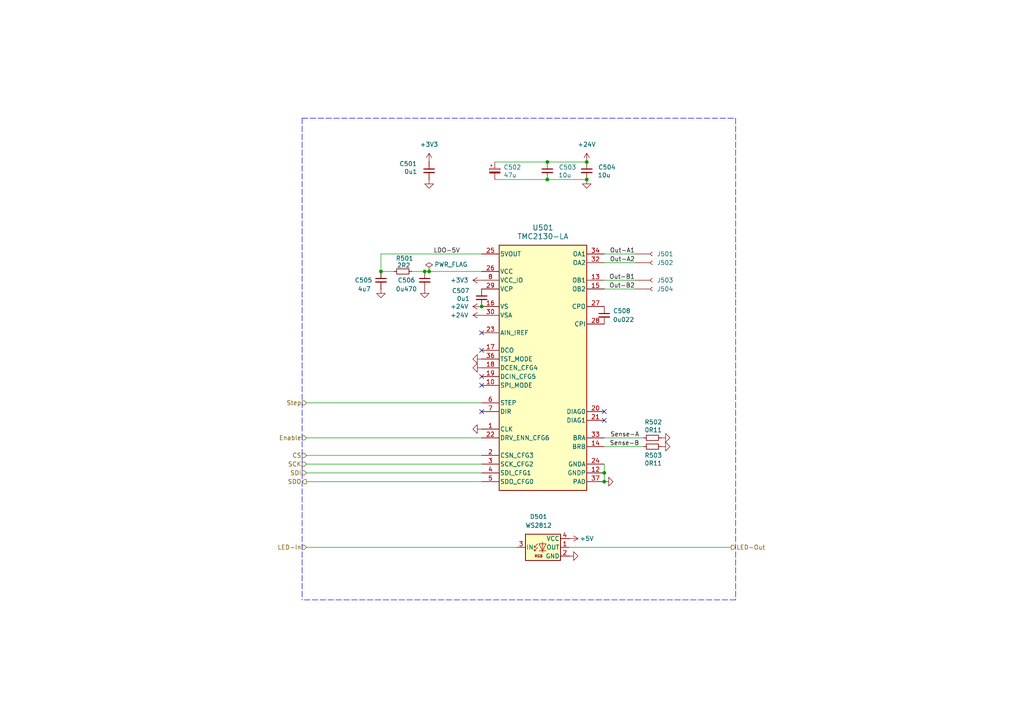
<source format=kicad_sch>
(kicad_sch (version 20250114) (generator "eeschema") (generator_version "9.0")
  (paper "A4")
  (title_block (title "Stepper Driver") (date "2025-10-27") (rev "2") (company "Versio Duo"))
  (lib_symbols
    (symbol "Device:C_Polarized_Small" (pin_numbers (hide yes)) (pin_names (offset 0.254) (hide yes))
      (property "Reference" "C" (at 0.254 1.778 0))
      (property "Value" "C_Polarized_Small" (at 0.254 -2.032 0))
      (symbol "C_Polarized_Small_0_1"
        (rectangle (start -1.524 0.6858) (end 1.524 0.3048))
        (rectangle (start -1.524 -0.3048) (end 1.524 -0.6858) (fill (type outline)))
        (polyline (pts (xy -1.27 1.524) (xy -0.762 1.524)))
        (polyline (pts (xy -1.016 1.27) (xy -1.016 1.778)))
      )
      (symbol "C_Polarized_Small_1_1"
        (pin passive line (at 0 2.54 270) (length 1.8542) (name "~") (number "1"))
        (pin passive line (at 0 -2.54 90) (length 1.8542) (name "~") (number "2"))
      )
    )
    (symbol "Device:C_Small" (pin_numbers (hide yes)) (pin_names (offset 0.254) (hide yes))
      (property "Reference" "C" (at 0.254 1.778 0))
      (property "Value" "C_Small" (at 0.254 -2.032 0))
      (symbol "C_Small_0_1"
        (polyline (pts (xy -1.524 0.508) (xy 1.524 0.508)) (stroke (width 0.3048)))
        (polyline (pts (xy -1.524 -0.508) (xy 1.524 -0.508)) (stroke (width 0.3302)))
      )
      (symbol "C_Small_1_1"
        (pin passive line (at 0 2.54 270) (length 2.032) (name "~") (number "1"))
        (pin passive line (at 0 -2.54 90) (length 2.032) (name "~") (number "2"))
      )
    )
    (symbol "Device:R_Small" (pin_numbers (hide yes)) (pin_names (offset 0.254) (hide yes))
      (property "Reference" "R" (at 0 0 90))
      (property "Value" "R_Small" (at 1.778 0 90))
      (symbol "R_Small_0_1"
        (rectangle (start -0.762 1.778) (end 0.762 -1.778) (stroke (width 0.2032)))
      )
      (symbol "R_Small_1_1"
        (pin passive line (at 0 2.54 270) (length 0.762) (name "~") (number "1"))
        (pin passive line (at 0 -2.54 90) (length 0.762) (name "~") (number "2"))
      )
    )
    (symbol "V2_Connector_WAGO:2065" (pin_numbers (hide yes)) (pin_names (offset 1.016) (hide yes))
      (property "Reference" "J" (at -5.08 6.35 0))
      (symbol "2065_1_1"
        (polyline (pts (xy -1.27 0) (xy -0.508 0)) (stroke (width 0.1524)))
        (arc (start 0 -0.508) (mid -0.5058 0) (end 0 0.508) (stroke (width 0.1524)))
        (pin passive line (at -5.08 0 0) (length 3.81) (name "") (number "1"))
      )
    )
    (symbol "V2_Driver_Stepper:TMC2130-LA" (pin_names (offset 0.254))
      (property "Reference" "U" (at 0 41.402 0))
      (property "Value" "TMC2130-LA" (at 0 38.862 0))
      (symbol "TMC2130-LA_0_1"
        (rectangle (start -12.7 35.56) (end 12.7 -35.56) (stroke (width 0.254)) (fill (type background)))
        (pin power_in line (at -17.78 27.94 0) (length 5.08) (name "VCC") (number "26"))
        (pin power_in line (at -17.78 25.4 0) (length 5.08) (name "VCC_IO") (number "8"))
        (pin power_in line (at -17.78 15.24 0) (length 5.08) (name "VSA") (number "30"))
        (pin input line (at -17.78 10.16 0) (length 5.08) (name "AIN_IREF") (number "23"))
        (pin output line (at -17.78 5.08 0) (length 5.08) (name "DCO") (number "17"))
        (pin input line (at -17.78 2.54 0) (length 5.08) (name "TST_MODE") (number "36"))
        (pin input line (at -17.78 0 0) (length 5.08) (name "DCEN_CFG4") (number "18"))
        (pin input line (at -17.78 -2.54 0) (length 5.08) (name "DCIN_CFG5") (number "19"))
        (pin input line (at -17.78 -5.08 0) (length 5.08) (name "SPI_MODE") (number "10"))
        (pin input line (at -17.78 -10.16 0) (length 5.08) (name "STEP") (number "6"))
        (pin input line (at -17.78 -12.7 0) (length 5.08) (name "DIR") (number "7"))
        (pin input line (at -17.78 -17.78 0) (length 5.08) (name "CLK") (number "1"))
        (pin input line (at -17.78 -20.32 0) (length 5.08) (name "DRV_ENN_CFG6") (number "22"))
        (pin input line (at -17.78 -25.4 0) (length 5.08) (name "CSN_CFG3") (number "2"))
        (pin input line (at -17.78 -27.94 0) (length 5.08) (name "SCK_CFG2") (number "3"))
        (pin input line (at -17.78 -30.48 0) (length 5.08) (name "SDI_CFG1") (number "4"))
        (pin bidirectional line (at -17.78 -33.02 0) (length 5.08) (name "SDO_CFG0") (number "5"))
        (pin output line (at 17.78 33.02 180) (length 5.08) (name "OA1") (number "34"))
        (pin output line (at 17.78 30.48 180) (length 5.08) (name "OA2") (number "32"))
        (pin output line (at 17.78 25.4 180) (length 5.08) (name "OB1") (number "13"))
        (pin output line (at 17.78 22.86 180) (length 5.08) (name "OB2") (number "15"))
        (pin output line (at 17.78 17.78 180) (length 5.08) (name "CPO") (number "27"))
        (pin input line (at 17.78 12.7 180) (length 5.08) (name "CPI") (number "28"))
        (pin bidirectional line (at 17.78 -12.7 180) (length 5.08) (name "DIAG0") (number "20"))
        (pin bidirectional line (at 17.78 -15.24 180) (length 5.08) (name "DIAG1") (number "21"))
        (pin power_in line (at 17.78 -27.94 180) (length 5.08) (name "GNDA") (number "24"))
        (pin power_in line (at 17.78 -30.48 180) (length 5.08) (name "GNDP") (number "12"))
      )
      (symbol "TMC2130-LA_1_1"
        (pin power_out line (at -17.78 33.02 0) (length 5.08) (name "5VOUT") (number "25"))
        (pin passive line (at -17.78 22.86 0) (length 5.08) (name "VCP") (number "29"))
        (pin passive line (at -17.78 17.78 0) (length 5.08) (name "VS") (number "16"))
        (pin passive line (at -17.78 17.78 0) (length 5.08) (hide yes) (name "VS") (number "31"))
        (pin no_connect line (at 0 -50.8 180) (length 5.08) (hide yes) (name "NC") (number "9"))
        (pin no_connect line (at 0 -53.34 180) (length 5.08) (hide yes) (name "NC") (number "11"))
        (pin passive line (at 17.78 -20.32 180) (length 5.08) (name "BRA") (number "33"))
        (pin passive line (at 17.78 -22.86 180) (length 5.08) (name "BRB") (number "14"))
        (pin passive line (at 17.78 -30.48 180) (length 5.08) (hide yes) (name "GNDP") (number "35"))
        (pin power_in line (at 17.78 -33.02 180) (length 5.08) (name "PAD") (number "37"))
      )
    )
    (symbol "V2_LED:WS2812" (pin_names (offset 0.254))
      (property "Reference" "D3" (at 0 11.43 0))
      (property "Value" "WS2812" (at 0 8.89 0))
      (symbol "WS2812_0_0"
        (text "RGB" (at -1.27 -1.27 0) (effects (font (size 0.762 0.762))))
      )
      (symbol "WS2812_0_1"
        (rectangle (start -5.08 5.08) (end 5.08 -2.54) (stroke (width 0.254)) (fill (type background)))
        (polyline (pts (xy -2.54 1.27) (xy -2.032 1.27)))
        (polyline (pts (xy -2.54 0.254) (xy -2.032 0.254)))
        (polyline (pts (xy -1.524 2.286) (xy -2.54 1.27) (xy -2.54 1.778)))
        (polyline (pts (xy -1.524 1.27) (xy -2.54 0.254) (xy -2.54 0.762)))
        (polyline (pts (xy -0.127 2.794) (xy -0.127 0.254) (xy -0.127 -0.254)))
        (polyline (pts (xy 0.889 2.286) (xy -1.143 2.286) (xy -0.127 0.254) (xy 0.889 2.286)))
        (polyline (pts (xy 0.889 0.254) (xy -1.143 0.254)))
      )
      (symbol "WS2812_1_1"
        (pin input line (at -7.62 1.27 0) (length 2.54) (name "IN") (number "3"))
        (pin power_in line (at 7.62 3.81 180) (length 2.54) (name "VCC") (number "4"))
        (pin output line (at 7.62 1.27 180) (length 2.54) (name "OUT") (number "1"))
        (pin power_in line (at 7.62 -1.27 180) (length 2.54) (name "GND") (number "2"))
      )
    )
    (symbol "power:+24V" (power) (pin_numbers (hide yes)) (pin_names (offset 0) (hide yes))
      (property "Value" "+24V" (at 0 3.556 0))
      (symbol "+24V_0_1"
        (polyline (pts (xy -0.762 1.27) (xy 0 2.54)))
        (polyline (pts (xy 0 2.54) (xy 0.762 1.27)))
        (polyline (pts (xy 0 0) (xy 0 2.54)))
      )
      (symbol "+24V_1_1"
        (pin power_in line (at 0 0 90) (length 0) (name "~") (number "1"))
      )
    )
    (symbol "power:+3V3" (power) (pin_numbers (hide yes)) (pin_names (offset 0) (hide yes))
      (property "Value" "+3V3" (at 0 3.556 0))
      (symbol "+3V3_0_1"
        (polyline (pts (xy -0.762 1.27) (xy 0 2.54)))
        (polyline (pts (xy 0 2.54) (xy 0.762 1.27)))
        (polyline (pts (xy 0 0) (xy 0 2.54)))
      )
      (symbol "+3V3_1_1"
        (pin power_in line (at 0 0 90) (length 0) (name "~") (number "1"))
      )
    )
    (symbol "power:+5V" (power) (pin_numbers (hide yes)) (pin_names (offset 0) (hide yes))
      (property "Value" "+5V" (at 0 3.556 0))
      (symbol "+5V_0_1"
        (polyline (pts (xy -0.762 1.27) (xy 0 2.54)))
        (polyline (pts (xy 0 2.54) (xy 0.762 1.27)))
        (polyline (pts (xy 0 0) (xy 0 2.54)))
      )
      (symbol "+5V_1_1"
        (pin power_in line (at 0 0 90) (length 0) (name "~") (number "1"))
      )
    )
    (symbol "power:GND" (power) (pin_numbers (hide yes)) (pin_names (offset 0) (hide yes))
      (property "Value" "GND" (at 0 -3.81 0))
      (symbol "GND_0_1"
        (polyline (pts (xy 0 0) (xy 0 -1.27) (xy 1.27 -1.27) (xy 0 -2.54) (xy -1.27 -1.27) (xy 0 -1.27)))
      )
      (symbol "GND_1_1"
        (pin power_in line (at 0 0 270) (length 0) (name "~") (number "1"))
      )
    )
    (symbol "power:PWR_FLAG" (power) (pin_numbers (hide yes)) (pin_names (offset 0) (hide yes))
      (property "Value" "PWR_FLAG" (at 0 3.81 0))
      (symbol "PWR_FLAG_0_0"
        (pin power_out line (at 0 0 90) (length 0) (name "~") (number "1"))
      )
      (symbol "PWR_FLAG_0_1"
        (polyline (pts (xy 0 0) (xy 0 1.27) (xy -1.016 1.905) (xy 0 2.54) (xy 1.016 1.905) (xy 0 1.27)))
      )
    )
  )
  (junction (at 175.26 137.16))
  (junction (at 170.18 46.99))
  (junction (at 139.7 88.9))
  (junction (at 175.26 139.7))
  (junction (at 158.75 46.99))
  (junction (at 170.18 52.07))
  (junction (at 110.49 78.74))
  (junction (at 123.19 78.74))
  (junction (at 124.46 78.74))
  (junction (at 158.75 52.07))
  (no_connect (at 175.26 119.38))
  (no_connect (at 139.7 111.76))
  (no_connect (at 139.7 119.38))
  (no_connect (at 139.7 96.52))
  (no_connect (at 139.7 101.6))
  (no_connect (at 139.7 109.22))
  (no_connect (at 175.26 121.92))
  (wire (pts (xy 184.15 81.28) (xy 175.26 81.28)))
  (wire (pts (xy 110.49 73.66) (xy 110.49 78.74)))
  (polyline (pts (xy 87.63 34.29) (xy 213.36 34.29)) (stroke (width 0) (type dash)))
  (wire (pts (xy 184.15 83.82) (xy 175.26 83.82)))
  (polyline (pts (xy 87.63 34.29) (xy 87.63 173.99)) (stroke (width 0) (type dash)))
  (wire (pts (xy 88.9 132.08) (xy 139.7 132.08)))
  (wire (pts (xy 165.1 158.75) (xy 212.09 158.75)))
  (wire (pts (xy 184.15 76.2) (xy 175.26 76.2)))
  (wire (pts (xy 175.26 134.62) (xy 175.26 137.16)))
  (wire (pts (xy 123.19 78.74) (xy 124.46 78.74)))
  (wire (pts (xy 88.9 127) (xy 139.7 127)))
  (wire (pts (xy 143.51 52.07) (xy 158.75 52.07)))
  (wire (pts (xy 88.9 137.16) (xy 139.7 137.16)))
  (wire (pts (xy 175.26 127) (xy 186.69 127)))
  (wire (pts (xy 110.49 73.66) (xy 139.7 73.66)))
  (wire (pts (xy 143.51 46.99) (xy 158.75 46.99)))
  (wire (pts (xy 88.9 134.62) (xy 139.7 134.62)))
  (wire (pts (xy 88.9 139.7) (xy 139.7 139.7)))
  (polyline (pts (xy 213.36 173.99) (xy 87.63 173.99)) (stroke (width 0) (type dash)))
  (wire (pts (xy 119.38 78.74) (xy 123.19 78.74)))
  (wire (pts (xy 124.46 78.74) (xy 139.7 78.74)))
  (wire (pts (xy 114.3 78.74) (xy 110.49 78.74)))
  (wire (pts (xy 88.9 116.84) (xy 139.7 116.84)))
  (wire (pts (xy 175.26 129.54) (xy 186.69 129.54)))
  (polyline (pts (xy 213.36 34.29) (xy 213.36 173.99)) (stroke (width 0) (type dash)))
  (wire (pts (xy 175.26 137.16) (xy 175.26 139.7)))
  (wire (pts (xy 88.9 158.75) (xy 149.86 158.75)))
  (wire (pts (xy 158.75 46.99) (xy 170.18 46.99)))
  (wire (pts (xy 184.15 73.66) (xy 175.26 73.66)))
  (wire (pts (xy 158.75 52.07) (xy 170.18 52.07)))
  (label "Out-A1" (at 184.15 73.66 180))
  (label "Out-A2" (at 184.15 76.2 180))
  (label "LDO-5V" (at 125.73 73.66 0))
  (label "Out-B1" (at 184.15 81.28 180))
  (label "Out-B2" (at 184.15 83.82 180))
  (label "Sense-A" (at 185.42 127 180))
  (label "Sense-B" (at 185.42 129.54 180))
  (hierarchical_label "Enable" (shape input) (at 88.9 127 180))
  (hierarchical_label "SDI" (shape input) (at 88.9 137.16 180))
  (hierarchical_label "CS" (shape input) (at 88.9 132.08 180))
  (hierarchical_label "SCK" (shape input) (at 88.9 134.62 180))
  (hierarchical_label "Step" (shape input) (at 88.9 116.84 180))
  (hierarchical_label "LED-Out" (shape output) (at 212.09 158.75 0))
  (hierarchical_label "SDO" (shape output) (at 88.9 139.7 180))
  (hierarchical_label "LED-In" (shape input) (at 88.9 158.75 180))
  (symbol (lib_id "Device:C_Small") (at 158.75 49.53 0) (unit 1)
    (property "Reference" "C203" (at 162.052 48.514 0) (effects (justify left)))
    (property "Value" "10u" (at 163.83 50.8 0))
    (property "Footprint" "Capacitor_SMD:C_1210_3225Metric" (effects (hide yes)))
    (property "Description" "Unpolarized capacitor, small symbol" (effects (hide yes)))
    (instances (project "step" (path "" (reference "C503") (unit 1)) (path "" (reference "C203") (unit 1)) (path "" (reference "C303") (unit 1)) (path "" (reference "C403") (unit 1))))
  )
  (symbol (lib_id "Device:C_Small") (at 110.49 81.28 0) (unit 1)
    (property "Reference" "C205" (at 102.87 81.28 0) (effects (justify left)))
    (property "Value" "4u7" (at 105.664 83.82 0))
    (property "Footprint" "Capacitor_SMD:C_0603_1608Metric" (effects (hide yes)))
    (property "Description" "Unpolarized capacitor, small symbol" (effects (hide yes)))
    (instances (project "step" (path "" (reference "C505") (unit 1)) (path "" (reference "C205") (unit 1)) (path "" (reference "C305") (unit 1)) (path "" (reference "C405") (unit 1))))
  )
  (symbol (lib_id "power:+24V") (at 139.7 88.9 90) (unit 1)
    (property "Reference" "#PWR0208" (effects (hide yes)))
    (property "Value" "+24V" (at 135.89 88.8999 90) (effects (justify left)))
    (property "Description" "Power symbol creates a global label with name \"+24V\"" (effects (hide yes)))
    (instances (project "step" (path "" (reference "#PWR0508") (unit 1)) (path "" (reference "#PWR0208") (unit 1)) (path "" (reference "#PWR0308") (unit 1)) (path "" (reference "#PWR0408") (unit 1))))
  )
  (symbol (lib_id "Device:C_Small") (at 175.26 91.44 0) (unit 1)
    (property "Reference" "C208" (at 177.8 90.17 0) (effects (justify left)))
    (property "Value" "0u022" (at 180.848 92.71 0))
    (property "Footprint" "Capacitor_SMD:C_0603_1608Metric" (effects (hide yes)))
    (property "Description" "Unpolarized capacitor, small symbol" (effects (hide yes)))
    (instances (project "step" (path "" (reference "C508") (unit 1)) (path "" (reference "C208") (unit 1)) (path "" (reference "C308") (unit 1)) (path "" (reference "C408") (unit 1))))
  )
  (symbol (lib_id "Device:C_Small") (at 170.18 49.53 0) (unit 1)
    (property "Reference" "C204" (at 173.482 48.514 0) (effects (justify left)))
    (property "Value" "10u" (at 175.26 50.8 0))
    (property "Footprint" "Capacitor_SMD:C_1210_3225Metric" (effects (hide yes)))
    (property "Description" "Unpolarized capacitor, small symbol" (effects (hide yes)))
    (instances (project "step" (path "" (reference "C504") (unit 1)) (path "" (reference "C204") (unit 1)) (path "" (reference "C304") (unit 1)) (path "" (reference "C404") (unit 1))))
  )
  (symbol (lib_id "power:GND") (at 191.77 129.54 90) (unit 1)
    (property "Reference" "#PWR0214" (effects (hide yes)))
    (property "Value" "GND" (effects (hide yes)))
    (property "Description" "Power symbol creates a global label with name \"GND\" , ground" (effects (hide yes)))
    (instances (project "step" (path "" (reference "#PWR0514") (unit 1)) (path "" (reference "#PWR0214") (unit 1)) (path "" (reference "#PWR0314") (unit 1)) (path "" (reference "#PWR0414") (unit 1))))
  )
  (symbol (lib_id "V2_LED:WS2812") (at 157.48 160.02 0) (unit 1)
    (property "Reference" "D201" (at 156.21 149.86 0))
    (property "Value" "WS2812" (at 156.21 152.4 0))
    (property "Footprint" "V2_LED:WS2812-2020" (effects (hide yes)))
    (property "Description" "RGB LED with integrated controller" (effects (hide yes)))
    (instances (project "step" (path "" (reference "D501") (unit 1)) (path "" (reference "D201") (unit 1)) (path "" (reference "D301") (unit 1)) (path "" (reference "D401") (unit 1))))
  )
  (symbol (lib_id "Device:C_Small") (at 124.46 49.53 0) (unit 1)
    (property "Reference" "C201" (at 115.824 47.498 0) (effects (justify left)))
    (property "Value" "0u1" (at 119.126 49.784 0))
    (property "Footprint" "Capacitor_SMD:C_0603_1608Metric" (effects (hide yes)))
    (property "Description" "Unpolarized capacitor, small symbol" (effects (hide yes)))
    (instances (project "step" (path "" (reference "C501") (unit 1)) (path "" (reference "C201") (unit 1)) (path "" (reference "C301") (unit 1)) (path "" (reference "C401") (unit 1))))
  )
  (symbol (lib_id "power:GND") (at 175.26 139.7 90) (unit 1)
    (property "Reference" "#PWR0215" (effects (hide yes)))
    (property "Value" "GND" (effects (hide yes)))
    (property "Description" "Power symbol creates a global label with name \"GND\" , ground" (effects (hide yes)))
    (instances (project "" (path "" (reference "#PWR0515") (unit 1)) (path "" (reference "#PWR0215") (unit 1)) (path "" (reference "#PWR0315") (unit 1)) (path "" (reference "#PWR0415") (unit 1))))
  )
  (symbol (lib_id "power:+5V") (at 165.1 156.21 270) (unit 1)
    (property "Reference" "#PWR0216" (effects (hide yes)))
    (property "Value" "+5V" (at 170.18 156.21 90))
    (property "Description" "Power symbol creates a global label with name \"+5V\"" (effects (hide yes)))
    (instances (project "step" (path "" (reference "#PWR0516") (unit 1)) (path "" (reference "#PWR0216") (unit 1)) (path "" (reference "#PWR0316") (unit 1)) (path "" (reference "#PWR0416") (unit 1))))
  )
  (symbol (lib_id "power:GND") (at 191.77 127 90) (unit 1)
    (property "Reference" "#PWR0213" (effects (hide yes)))
    (property "Value" "GND" (effects (hide yes)))
    (property "Description" "Power symbol creates a global label with name \"GND\" , ground" (effects (hide yes)))
    (instances (project "step" (path "" (reference "#PWR0513") (unit 1)) (path "" (reference "#PWR0213") (unit 1)) (path "" (reference "#PWR0313") (unit 1)) (path "" (reference "#PWR0413") (unit 1))))
  )
  (symbol (lib_id "Device:R_Small") (at 189.23 127 90) (unit 1)
    (property "Reference" "R202" (at 189.484 122.428 90))
    (property "Value" "0R11" (at 189.484 124.714 90))
    (property "Footprint" "Resistor_SMD:R_0805_2012Metric" (effects (hide yes)))
    (property "Description" "Resistor, small symbol" (effects (hide yes)))
    (instances (project "step" (path "" (reference "R502") (unit 1)) (path "" (reference "R202") (unit 1)) (path "" (reference "R302") (unit 1)) (path "" (reference "R402") (unit 1))))
  )
  (symbol (lib_id "power:GND") (at 124.46 52.07 0) (unit 1)
    (property "Reference" "#PWR0203" (effects (hide yes)))
    (property "Value" "GND" (effects (hide yes)))
    (property "Description" "Power symbol creates a global label with name \"GND\" , ground" (effects (hide yes)))
    (instances (project "step" (path "" (reference "#PWR0503") (unit 1)) (path "" (reference "#PWR0203") (unit 1)) (path "" (reference "#PWR0303") (unit 1)) (path "" (reference "#PWR0403") (unit 1))))
  )
  (symbol (lib_id "Device:C_Small") (at 139.7 86.36 0) (unit 1)
    (property "Reference" "C207" (at 131.064 84.328 0) (effects (justify left)))
    (property "Value" "0u1" (at 134.366 86.614 0))
    (property "Footprint" "Capacitor_SMD:C_0603_1608Metric" (effects (hide yes)))
    (property "Description" "Unpolarized capacitor, small symbol" (effects (hide yes)))
    (instances (project "step" (path "" (reference "C507") (unit 1)) (path "" (reference "C207") (unit 1)) (path "" (reference "C307") (unit 1)) (path "" (reference "C407") (unit 1))))
  )
  (symbol (lib_id "power:GND") (at 170.18 52.07 0) (unit 1)
    (property "Reference" "#PWR0204" (effects (hide yes)))
    (property "Value" "GND" (effects (hide yes)))
    (property "Description" "Power symbol creates a global label with name \"GND\" , ground" (effects (hide yes)))
    (instances (project "step" (path "" (reference "#PWR0504") (unit 1)) (path "" (reference "#PWR0204") (unit 1)) (path "" (reference "#PWR0304") (unit 1)) (path "" (reference "#PWR0404") (unit 1))))
  )
  (symbol (lib_id "power:GND") (at 139.7 104.14 270) (unit 1)
    (property "Reference" "#PWR0210" (effects (hide yes)))
    (property "Value" "GND" (effects (hide yes)))
    (property "Description" "Power symbol creates a global label with name \"GND\" , ground" (effects (hide yes)))
    (instances (project "step" (path "" (reference "#PWR0510") (unit 1)) (path "" (reference "#PWR0210") (unit 1)) (path "" (reference "#PWR0310") (unit 1)) (path "" (reference "#PWR0410") (unit 1))))
  )
  (symbol (lib_id "power:+3V3") (at 139.7 81.28 90) (unit 1)
    (property "Reference" "#PWR0205" (effects (hide yes)))
    (property "Value" "+3V3" (at 135.89 81.2799 90) (effects (justify left)))
    (property "Description" "Power symbol creates a global label with name \"+3V3\"" (effects (hide yes)))
    (instances (project "step" (path "" (reference "#PWR0505") (unit 1)) (path "" (reference "#PWR0205") (unit 1)) (path "" (reference "#PWR0305") (unit 1)) (path "" (reference "#PWR0405") (unit 1))))
  )
  (symbol (lib_id "power:+3V3") (at 124.46 46.99 0) (unit 1)
    (property "Reference" "#PWR0201" (effects (hide yes)))
    (property "Value" "+3V3" (at 124.46 41.91 0))
    (property "Description" "Power symbol creates a global label with name \"+3V3\"" (effects (hide yes)))
    (instances (project "step" (path "" (reference "#PWR0501") (unit 1)) (path "" (reference "#PWR0201") (unit 1)) (path "" (reference "#PWR0301") (unit 1)) (path "" (reference "#PWR0401") (unit 1))))
  )
  (symbol (lib_id "power:+24V") (at 139.7 91.44 90) (unit 1)
    (property "Reference" "#PWR0209" (effects (hide yes)))
    (property "Value" "+24V" (at 135.89 91.4399 90) (effects (justify left)))
    (property "Description" "Power symbol creates a global label with name \"+24V\"" (effects (hide yes)))
    (instances (project "step" (path "" (reference "#PWR0509") (unit 1)) (path "" (reference "#PWR0209") (unit 1)) (path "" (reference "#PWR0309") (unit 1)) (path "" (reference "#PWR0409") (unit 1))))
  )
  (symbol (lib_id "power:GND") (at 123.19 83.82 0) (unit 1)
    (property "Reference" "#PWR0207" (effects (hide yes)))
    (property "Value" "GND" (effects (hide yes)))
    (property "Description" "Power symbol creates a global label with name \"GND\" , ground" (effects (hide yes)))
    (instances (project "step" (path "" (reference "#PWR0507") (unit 1)) (path "" (reference "#PWR0207") (unit 1)) (path "" (reference "#PWR0307") (unit 1)) (path "" (reference "#PWR0407") (unit 1))))
  )
  (symbol (lib_id "Device:C_Polarized_Small") (at 143.51 49.53 0) (unit 1)
    (property "Reference" "C202" (at 146.05 48.514 0) (effects (justify left)))
    (property "Value" "47u" (at 146.05 50.8 0) (effects (justify left)))
    (property "Footprint" "Capacitor_SMD:CP_Elec_6.3x5.8" (effects (hide yes)))
    (property "Description" "Polarized capacitor, small symbol" (effects (hide yes)))
    (instances (project "step" (path "" (reference "C502") (unit 1)) (path "" (reference "C202") (unit 1)) (path "" (reference "C302") (unit 1)) (path "" (reference "C402") (unit 1))))
  )
  (symbol (lib_id "V2_Connector_WAGO:2065") (at 189.23 83.82 0) (unit 1)
    (property "Reference" "J204" (at 190.5 83.8199 0) (effects (justify left)))
    (property "Value" "Conn_01x01" (effects (hide yes)))
    (property "Footprint" "V2_Connector_WAGO:2065-100" (effects (hide yes)))
    (property "Sim.Enable" "0" (effects (hide yes)))
    (instances (project "" (path "" (reference "J504") (unit 1)) (path "" (reference "J204") (unit 1)) (path "" (reference "J304") (unit 1)) (path "" (reference "J404") (unit 1))))
  )
  (symbol (lib_id "V2_Connector_WAGO:2065") (at 189.23 81.28 0) (unit 1)
    (property "Reference" "J203" (at 190.5 81.2799 0) (effects (justify left)))
    (property "Value" "Conn_01x01" (effects (hide yes)))
    (property "Footprint" "V2_Connector_WAGO:2065-100" (effects (hide yes)))
    (property "Sim.Enable" "0" (effects (hide yes)))
    (instances (project "" (path "" (reference "J503") (unit 1)) (path "" (reference "J203") (unit 1)) (path "" (reference "J303") (unit 1)) (path "" (reference "J403") (unit 1))))
  )
  (symbol (lib_id "power:GND") (at 139.7 106.68 270) (unit 1)
    (property "Reference" "#PWR0211" (effects (hide yes)))
    (property "Value" "GND" (effects (hide yes)))
    (property "Description" "Power symbol creates a global label with name \"GND\" , ground" (effects (hide yes)))
    (instances (project "step" (path "" (reference "#PWR0511") (unit 1)) (path "" (reference "#PWR0211") (unit 1)) (path "" (reference "#PWR0311") (unit 1)) (path "" (reference "#PWR0411") (unit 1))))
  )
  (symbol (lib_id "power:GND") (at 110.49 83.82 0) (unit 1)
    (property "Reference" "#PWR0206" (effects (hide yes)))
    (property "Value" "GND" (effects (hide yes)))
    (property "Description" "Power symbol creates a global label with name \"GND\" , ground" (effects (hide yes)))
    (instances (project "step" (path "" (reference "#PWR0506") (unit 1)) (path "" (reference "#PWR0206") (unit 1)) (path "" (reference "#PWR0306") (unit 1)) (path "" (reference "#PWR0406") (unit 1))))
  )
  (symbol (lib_id "Device:R_Small") (at 116.84 78.74 90) (unit 1)
    (property "Reference" "R201" (at 117.348 74.93 90))
    (property "Value" "2R2" (at 117.094 76.962 90))
    (property "Footprint" "Resistor_SMD:R_0603_1608Metric" (effects (hide yes)))
    (property "Description" "Resistor, small symbol" (effects (hide yes)))
    (instances (project "step" (path "" (reference "R501") (unit 1)) (path "" (reference "R201") (unit 1)) (path "" (reference "R301") (unit 1)) (path "" (reference "R401") (unit 1))))
  )
  (symbol (lib_id "V2_Driver_Stepper:TMC2130-LA") (at 157.48 106.68 0) (unit 1)
    (property "Reference" "U201" (at 157.48 66.04 0) (effects (font (size 1.524 1.524))))
    (property "Value" "TMC2130-LA" (at 157.48 68.58 0) (effects (font (size 1.524 1.524))))
    (property "Footprint" "V2_Driver_Stepper:QFN36-5X6" (effects (hide yes)))
    (instances (project "step" (path "" (reference "U501") (unit 1)) (path "" (reference "U201") (unit 1)) (path "" (reference "U301") (unit 1)) (path "" (reference "U401") (unit 1))))
  )
  (symbol (lib_id "V2_Connector_WAGO:2065") (at 189.23 76.2 0) (unit 1)
    (property "Reference" "J202" (at 190.5 76.1999 0) (effects (justify left)))
    (property "Value" "Conn_01x01" (effects (hide yes)))
    (property "Footprint" "V2_Connector_WAGO:2065-100" (effects (hide yes)))
    (property "Sim.Enable" "0" (effects (hide yes)))
    (instances (project "" (path "" (reference "J502") (unit 1)) (path "" (reference "J202") (unit 1)) (path "" (reference "J302") (unit 1)) (path "" (reference "J402") (unit 1))))
  )
  (symbol (lib_id "Device:R_Small") (at 189.23 129.54 90) (unit 1)
    (property "Reference" "R203" (at 189.484 132.08 90))
    (property "Value" "0R11" (at 189.484 134.366 90))
    (property "Footprint" "Resistor_SMD:R_0805_2012Metric" (effects (hide yes)))
    (property "Description" "Resistor, small symbol" (effects (hide yes)))
    (instances (project "step" (path "" (reference "R503") (unit 1)) (path "" (reference "R203") (unit 1)) (path "" (reference "R303") (unit 1)) (path "" (reference "R403") (unit 1))))
  )
  (symbol (lib_id "power:+24V") (at 170.18 46.99 0) (unit 1)
    (property "Reference" "#PWR0202" (effects (hide yes)))
    (property "Value" "+24V" (at 170.18 41.91 0))
    (property "Description" "Power symbol creates a global label with name \"+24V\"" (effects (hide yes)))
    (instances (project "step" (path "" (reference "#PWR0502") (unit 1)) (path "" (reference "#PWR0202") (unit 1)) (path "" (reference "#PWR0302") (unit 1)) (path "" (reference "#PWR0402") (unit 1))))
  )
  (symbol (lib_id "Device:C_Small") (at 123.19 81.28 0) (unit 1)
    (property "Reference" "C206" (at 115.316 81.28 0) (effects (justify left)))
    (property "Value" "0u470" (at 117.856 83.82 0))
    (property "Footprint" "Capacitor_SMD:C_0603_1608Metric" (effects (hide yes)))
    (property "Description" "Unpolarized capacitor, small symbol" (effects (hide yes)))
    (instances (project "step" (path "" (reference "C506") (unit 1)) (path "" (reference "C206") (unit 1)) (path "" (reference "C306") (unit 1)) (path "" (reference "C406") (unit 1))))
  )
  (symbol (lib_id "power:GND") (at 139.7 124.46 270) (unit 1)
    (property "Reference" "#PWR0212" (effects (hide yes)))
    (property "Value" "GND" (effects (hide yes)))
    (property "Description" "Power symbol creates a global label with name \"GND\" , ground" (effects (hide yes)))
    (instances (project "step" (path "" (reference "#PWR0512") (unit 1)) (path "" (reference "#PWR0212") (unit 1)) (path "" (reference "#PWR0312") (unit 1)) (path "" (reference "#PWR0412") (unit 1))))
  )
  (symbol (lib_id "V2_Connector_WAGO:2065") (at 189.23 73.66 0) (unit 1)
    (property "Reference" "J201" (at 190.5 73.6599 0) (effects (justify left)))
    (property "Value" "Conn_01x01" (effects (hide yes)))
    (property "Footprint" "V2_Connector_WAGO:2065-100" (effects (hide yes)))
    (property "Sim.Enable" "0" (effects (hide yes)))
    (instances (project "" (path "" (reference "J501") (unit 1)) (path "" (reference "J201") (unit 1)) (path "" (reference "J301") (unit 1)) (path "" (reference "J401") (unit 1))))
  )
  (symbol (lib_id "power:GND") (at 165.1 161.29 90) (unit 1)
    (property "Reference" "#PWR0217" (effects (hide yes)))
    (property "Value" "GND" (effects (hide yes)))
    (property "Description" "Power symbol creates a global label with name \"GND\" , ground" (effects (hide yes)))
    (instances (project "step" (path "" (reference "#PWR0517") (unit 1)) (path "" (reference "#PWR0217") (unit 1)) (path "" (reference "#PWR0317") (unit 1)) (path "" (reference "#PWR0417") (unit 1))))
  )
  (symbol (lib_id "power:PWR_FLAG") (at 124.46 78.74 0) (unit 1)
    (property "Reference" "#FLG0201" (effects (hide yes)))
    (property "Value" "PWR_FLAG" (at 130.81 76.708 0))
    (property "Description" "Special symbol for telling ERC where power comes from" (effects (hide yes)))
    (instances (project "step" (path "" (reference "#FLG0501") (unit 1)) (path "" (reference "#FLG0201") (unit 1)) (path "" (reference "#FLG0301") (unit 1)) (path "" (reference "#FLG0401") (unit 1))))
  )
)
</source>
